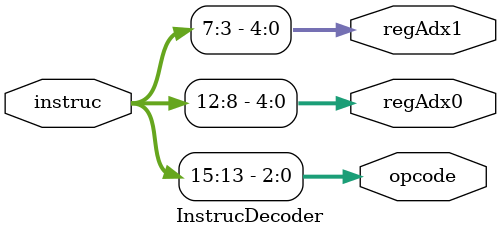
<source format=v>
module InstrucDecoder (
	input  [15:0] instruc, 
	output [2:0]  opcode, 
	output [4:0]  regAdx0, regAdx1
);
	assign opcode = instruc[15:13];
	assign regAdx0= instruc[12:8];
	assign regAdx1= instruc[7:3];
endmodule
</source>
